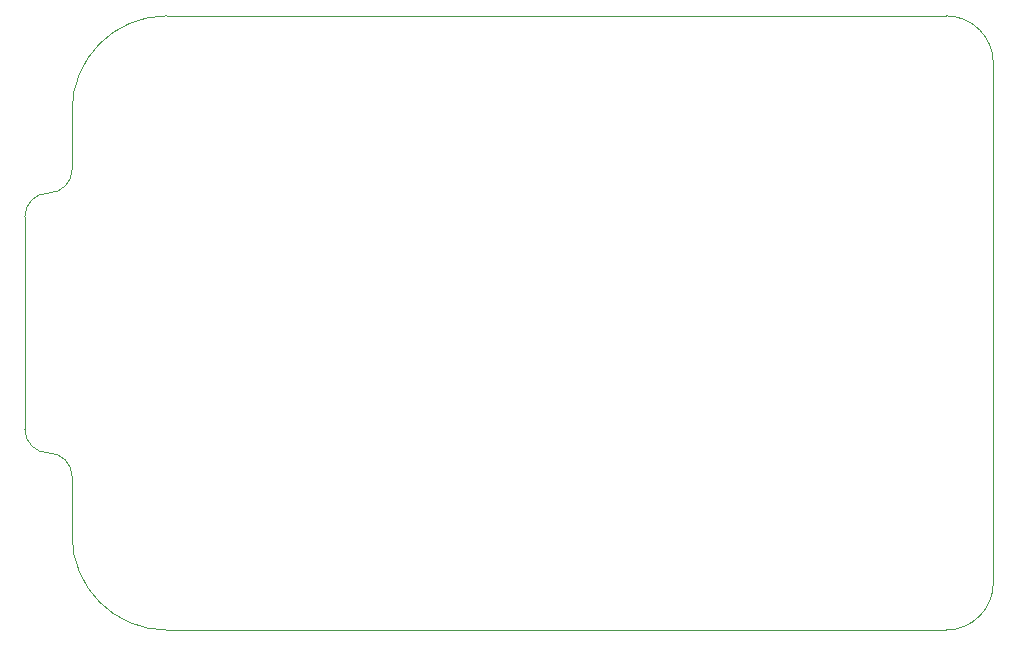
<source format=gbr>
%TF.GenerationSoftware,KiCad,Pcbnew,7.0.7-7.0.7~ubuntu22.04.1*%
%TF.CreationDate,2023-09-19T20:56:04+02:00*%
%TF.ProjectId,kicad103,6b696361-6431-4303-932e-6b696361645f,rev?*%
%TF.SameCoordinates,Original*%
%TF.FileFunction,Profile,NP*%
%FSLAX46Y46*%
G04 Gerber Fmt 4.6, Leading zero omitted, Abs format (unit mm)*
G04 Created by KiCad (PCBNEW 7.0.7-7.0.7~ubuntu22.04.1) date 2023-09-19 20:56:04*
%MOMM*%
%LPD*%
G01*
G04 APERTURE LIST*
%TA.AperFunction,Profile*%
%ADD10C,0.100000*%
%TD*%
G04 APERTURE END LIST*
D10*
X50000000Y-51000000D02*
X50000000Y-56000000D01*
X50000000Y-87000000D02*
X50000000Y-82000000D01*
X124000000Y-95000000D02*
X58000000Y-95000000D01*
X58000000Y-43000000D02*
G75*
G03*
X50000000Y-51000000I0J-8000000D01*
G01*
X48000000Y-58000000D02*
G75*
G03*
X50000000Y-56000000I0J2000000D01*
G01*
X48000000Y-58000000D02*
G75*
G03*
X46000000Y-60000000I0J-2000000D01*
G01*
X128000000Y-47000000D02*
G75*
G03*
X124000000Y-43000000I-4000000J0D01*
G01*
X50000000Y-82000000D02*
G75*
G03*
X48000000Y-80000000I-2000000J0D01*
G01*
X46000000Y-78000000D02*
G75*
G03*
X48000000Y-80000000I2000000J0D01*
G01*
X46000000Y-60000000D02*
X46000000Y-78000000D01*
X50000000Y-87000000D02*
G75*
G03*
X58000000Y-95000000I8000000J0D01*
G01*
X128000000Y-47000000D02*
X128000000Y-91000000D01*
X124000000Y-95000000D02*
G75*
G03*
X128000000Y-91000000I0J4000000D01*
G01*
X124000000Y-43000000D02*
X58000000Y-43000000D01*
M02*

</source>
